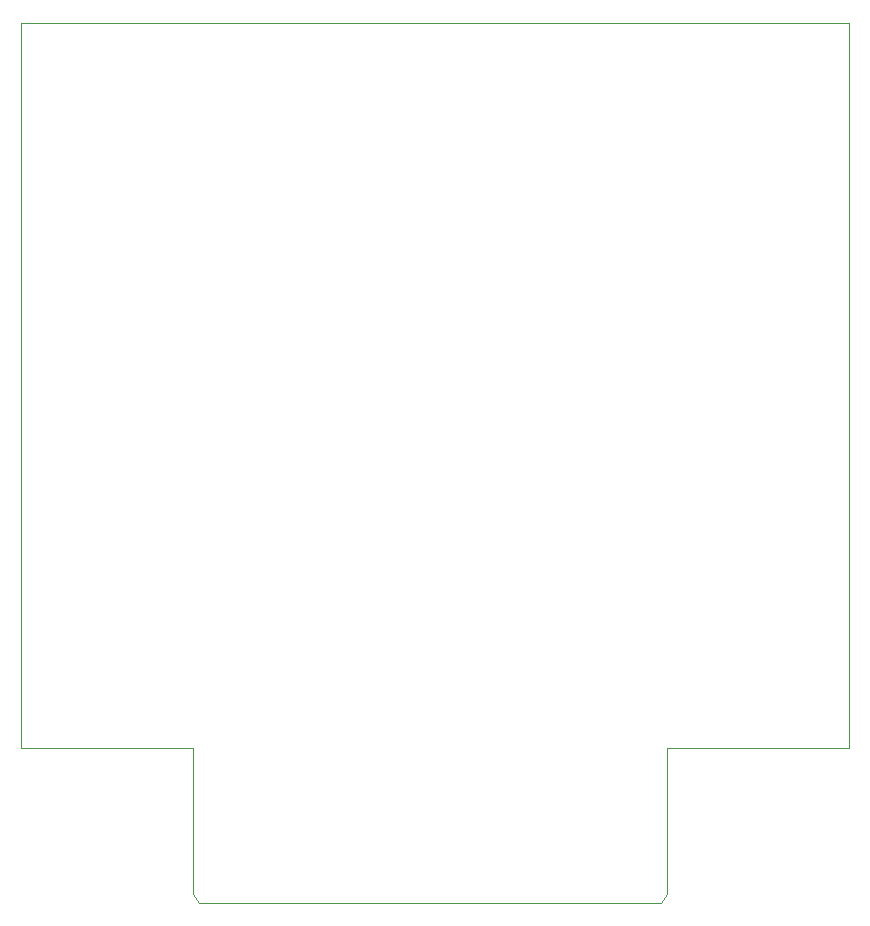
<source format=gbr>
%TF.GenerationSoftware,KiCad,Pcbnew,7.0.11-7.0.11~ubuntu22.04.1*%
%TF.CreationDate,2024-10-26T19:24:34-04:00*%
%TF.ProjectId,colecovision_multicart,636f6c65-636f-4766-9973-696f6e5f6d75,rev?*%
%TF.SameCoordinates,Original*%
%TF.FileFunction,Profile,NP*%
%FSLAX46Y46*%
G04 Gerber Fmt 4.6, Leading zero omitted, Abs format (unit mm)*
G04 Created by KiCad (PCBNEW 7.0.11-7.0.11~ubuntu22.04.1) date 2024-10-26 19:24:34*
%MOMM*%
%LPD*%
G01*
G04 APERTURE LIST*
%TA.AperFunction,Profile*%
%ADD10C,0.100000*%
%TD*%
G04 APERTURE END LIST*
D10*
X172974000Y-116840000D02*
X172974000Y-55473600D01*
X102870000Y-55473600D02*
X102870000Y-116840000D01*
X117419000Y-119871000D02*
X117419000Y-116840000D01*
X172974000Y-55473600D02*
X102870000Y-55473600D01*
X157551371Y-116840000D02*
X172974000Y-116840000D01*
X157551000Y-119871000D02*
X157551371Y-116840000D01*
X117417373Y-116840000D02*
X102870000Y-116840000D01*
%TO.C,J1*%
X117419000Y-129269000D02*
X117419000Y-119871000D01*
X117927000Y-130031000D02*
X117419000Y-129269000D01*
X157043000Y-130031000D02*
X117927000Y-130031000D01*
X157551000Y-119871000D02*
X157551000Y-129269000D01*
X157551000Y-129269000D02*
X157043000Y-130031000D01*
%TD*%
M02*

</source>
